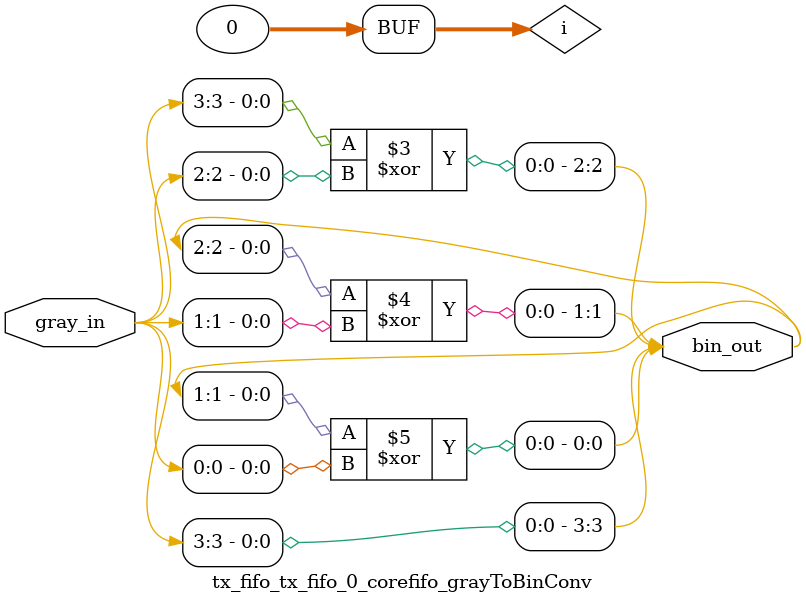
<source format=v>

`timescale 1ns / 100ps

module tx_fifo_tx_fifo_0_corefifo_grayToBinConv(
                                         gray_in,
                                         bin_out
                                        );

   // --------------------------------------------------------------------------
   // Parameter Declaration
   // --------------------------------------------------------------------------
   parameter ADDRWIDTH  = 3;
   parameter SYNC_RESET = 0;   

   // --------------------------------------------------------------------------
   // I/O Declaration
   // --------------------------------------------------------------------------

   //--------
   // Inputs
   //--------
   input [ADDRWIDTH:0]    gray_in;

   //---------
   // Outputs
   //---------
   output [ADDRWIDTH:0] bin_out;

   // --------------------------------------------------------------------------
   // Internal signals
   // --------------------------------------------------------------------------
   reg [ADDRWIDTH:0]      bin_out;   
   integer                i;
   

   // --------------------------------------------------------------------------
   //                               Start - of - Code
   // --------------------------------------------------------------------------


   // --------------------------------------------------------------------------
   // Logic to Convert the Gray code to Binary
   // --------------------------------------------------------------------------
   always @(*) begin

      bin_out[ADDRWIDTH]  = gray_in[ADDRWIDTH];      

      for(i=ADDRWIDTH;i>0;i = i-1) begin
         bin_out[i-1]     = (bin_out[i] ^ gray_in[i-1]);
      end

   end

endmodule // corefifo_grayToBinConv

// --------------------------------------------------------------------------
//                             End - of - Code
// --------------------------------------------------------------------------

</source>
